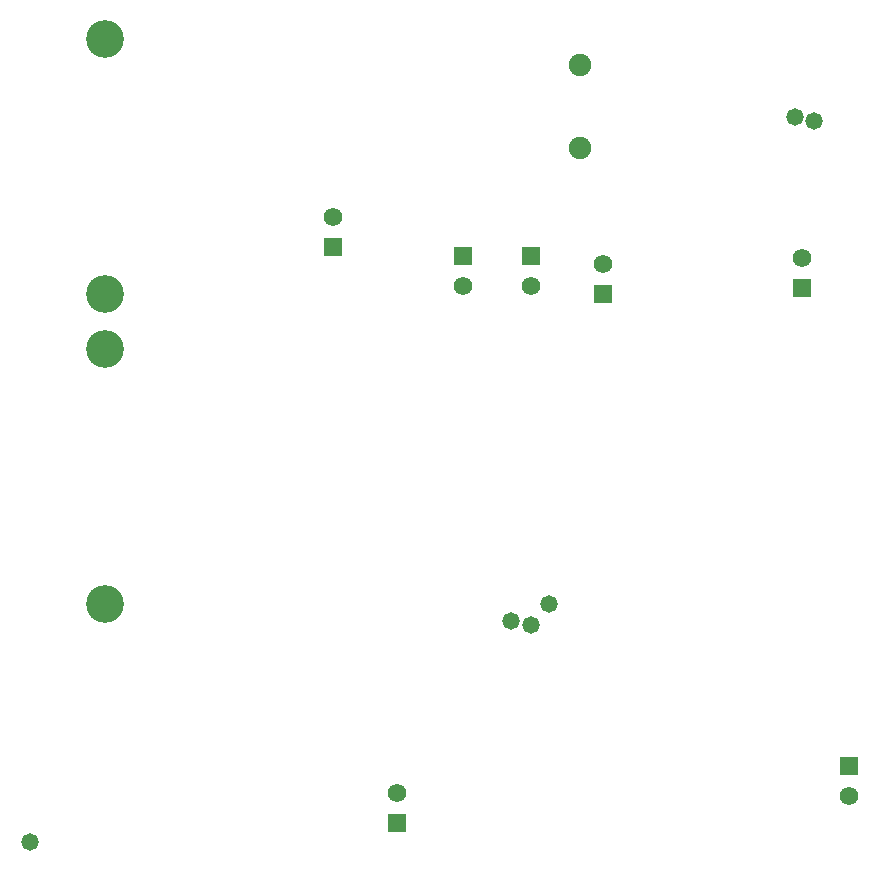
<source format=gbs>
G04*
G04 #@! TF.GenerationSoftware,Altium Limited,Altium Designer,21.5.1 (32)*
G04*
G04 Layer_Color=16711935*
%FSLAX25Y25*%
%MOIN*%
G70*
G04*
G04 #@! TF.SameCoordinates,B2D6323A-8D7E-4EAA-9919-96392ECDF185*
G04*
G04*
G04 #@! TF.FilePolarity,Negative*
G04*
G01*
G75*
%ADD32C,0.12611*%
%ADD33C,0.06181*%
%ADD34R,0.06181X0.06181*%
%ADD35C,0.07493*%
%ADD36C,0.05800*%
D32*
X38779Y227998D02*
D03*
Y142959D02*
D03*
X38963Y331226D02*
D03*
Y246186D02*
D03*
D33*
X114779Y271979D02*
D03*
X271279Y258479D02*
D03*
X286779Y78979D02*
D03*
X136279Y79979D02*
D03*
X204779Y256479D02*
D03*
X180779Y248979D02*
D03*
X158279D02*
D03*
D34*
X114779Y261979D02*
D03*
X271279Y248479D02*
D03*
X286779Y88979D02*
D03*
X136279Y69979D02*
D03*
X204779Y246479D02*
D03*
X180779Y258979D02*
D03*
X158279D02*
D03*
D35*
X197279Y322538D02*
D03*
Y294979D02*
D03*
D36*
X13689Y63806D02*
D03*
X174279Y137479D02*
D03*
X180779Y136022D02*
D03*
X275279Y303879D02*
D03*
X268779Y305279D02*
D03*
X186779Y142979D02*
D03*
M02*

</source>
